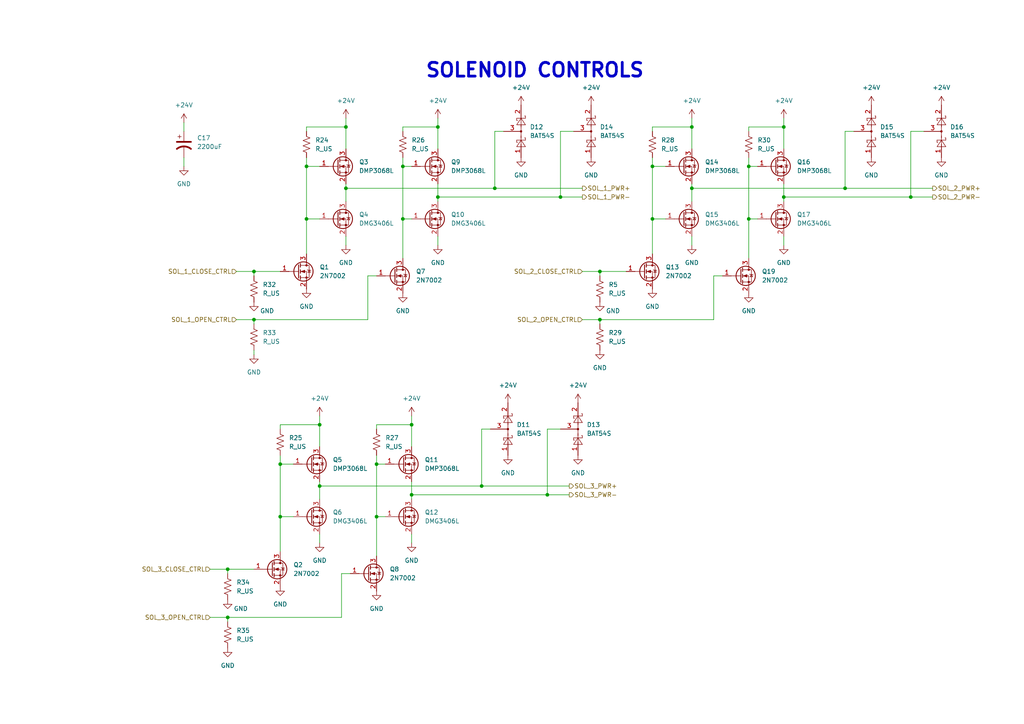
<source format=kicad_sch>
(kicad_sch (version 20211123) (generator eeschema)
  (paper "A4")
  (lib_symbols
    (symbol "Device:C_Polarized_US" (pin_numbers hide) (pin_names (offset 0.254) hide)
      (property "Reference" "C" (at 0.635 2.54 0))
      (property "Value" "C_Polarized_US" (at 0.635 -2.54 0))
      (symbol "C_Polarized_US_0_1"
        (polyline (pts (xy -2.032 0.762) (xy 2.032 0.762)) (stroke (width 0.508)))
        (polyline (pts (xy -1.778 2.286) (xy -0.762 2.286)))
        (polyline (pts (xy -1.27 1.778) (xy -1.27 2.794)))
        (arc (start 2.032 -1.27) (mid 0 -0.5572) (end -2.032 -1.27) (stroke (width 0.508)))
      )
      (symbol "C_Polarized_US_1_1"
        (pin passive line (at 0 3.81 270) (length 2.794) (name "~") (number "1"))
        (pin passive line (at 0 -3.81 90) (length 3.302) (name "~") (number "2"))
      )
    )
    (symbol "Device:R_US" (pin_numbers hide) (pin_names (offset 0))
      (property "Reference" "R" (at 2.54 0 90))
      (property "Value" "R_US" (at -2.54 0 90))
      (symbol "R_US_0_1"
        (polyline (pts (xy 0 -2.286) (xy 0 -2.54)))
        (polyline (pts (xy 0 2.286) (xy 0 2.54)))
        (polyline (pts (xy 0 -0.762) (xy 1.016 -1.143) (xy 0 -1.524) (xy -1.016 -1.905) (xy 0 -2.286)))
        (polyline (pts (xy 0 0.762) (xy 1.016 0.381) (xy 0 0) (xy -1.016 -0.381) (xy 0 -0.762)))
        (polyline (pts (xy 0 2.286) (xy 1.016 1.905) (xy 0 1.524) (xy -1.016 1.143) (xy 0 0.762)))
      )
      (symbol "R_US_1_1"
        (pin passive line (at 0 3.81 270) (length 1.27) (name "~") (number "1"))
        (pin passive line (at 0 -3.81 90) (length 1.27) (name "~") (number "2"))
      )
    )
    (symbol "Diode:BAT54S" (pin_names (offset 1.016))
      (property "Reference" "D" (at 0.635 -3.81 0))
      (property "Value" "BAT54S" (at -6.35 3.175 0))
      (symbol "BAT54S_0_1"
        (polyline (pts (xy -3.81 0) (xy -1.27 0)))
        (polyline (pts (xy -3.175 -1.27) (xy -3.175 -1.016)))
        (polyline (pts (xy -2.54 -1.27) (xy -3.175 -1.27)))
        (polyline (pts (xy -2.54 -1.27) (xy -2.54 1.27)))
        (polyline (pts (xy -2.54 1.27) (xy -1.905 1.27)))
        (polyline (pts (xy -1.905 0) (xy 1.905 0)))
        (polyline (pts (xy -1.905 1.27) (xy -1.905 1.016)))
        (polyline (pts (xy 1.27 0) (xy 3.81 0)))
        (polyline (pts (xy 3.175 -1.27) (xy 3.175 -1.016)))
        (polyline (pts (xy 3.81 -1.27) (xy 3.175 -1.27)))
        (polyline (pts (xy 3.81 -1.27) (xy 3.81 1.27)))
        (polyline (pts (xy 3.81 1.27) (xy 4.445 1.27)))
        (polyline (pts (xy 4.445 1.27) (xy 4.445 1.016)))
        (polyline (pts (xy -4.445 1.27) (xy -4.445 -1.27) (xy -2.54 0) (xy -4.445 1.27)))
        (polyline (pts (xy 1.905 1.27) (xy 1.905 -1.27) (xy 3.81 0) (xy 1.905 1.27)))
        (circle (center 0 0) (radius 0.254) (fill (type outline)))
      )
      (symbol "BAT54S_1_1"
        (pin passive line (at -7.62 0 0) (length 3.81) (name "~") (number "1"))
        (pin passive line (at 7.62 0 180) (length 3.81) (name "~") (number "2"))
        (pin passive line (at 0 -5.08 90) (length 5.08) (name "~") (number "3"))
      )
    )
    (symbol "Transistor_FET:2N7002" (pin_names hide)
      (property "Reference" "Q" (at 5.08 1.905 0))
      (property "Value" "2N7002" (at 5.08 0 0))
      (symbol "2N7002_0_1"
        (polyline (pts (xy 0.254 0) (xy -2.54 0)))
        (polyline (pts (xy 0.254 1.905) (xy 0.254 -1.905)) (stroke (width 0.254)))
        (polyline (pts (xy 0.762 -1.27) (xy 0.762 -2.286)) (stroke (width 0.254)))
        (polyline (pts (xy 0.762 0.508) (xy 0.762 -0.508)) (stroke (width 0.254)))
        (polyline (pts (xy 0.762 2.286) (xy 0.762 1.27)) (stroke (width 0.254)))
        (polyline (pts (xy 2.54 2.54) (xy 2.54 1.778)))
        (polyline (pts (xy 2.54 -2.54) (xy 2.54 0) (xy 0.762 0)))
        (polyline (pts (xy 0.762 -1.778) (xy 3.302 -1.778) (xy 3.302 1.778) (xy 0.762 1.778)))
        (polyline (pts (xy 1.016 0) (xy 2.032 0.381) (xy 2.032 -0.381) (xy 1.016 0)) (fill (type outline)))
        (polyline (pts (xy 2.794 0.508) (xy 2.921 0.381) (xy 3.683 0.381) (xy 3.81 0.254)))
        (polyline (pts (xy 3.302 0.381) (xy 2.921 -0.254) (xy 3.683 -0.254) (xy 3.302 0.381)))
        (circle (center 1.651 0) (radius 2.794) (stroke (width 0.254)))
        (circle (center 2.54 -1.778) (radius 0.254) (fill (type outline)))
        (circle (center 2.54 1.778) (radius 0.254) (fill (type outline)))
      )
      (symbol "2N7002_1_1"
        (pin input line (at -5.08 0 0) (length 2.54) (name "G") (number "1"))
        (pin passive line (at 2.54 -5.08 90) (length 2.54) (name "S") (number "2"))
        (pin passive line (at 2.54 5.08 270) (length 2.54) (name "D") (number "3"))
      )
    )
    (symbol "Transistor_FET:DMG3406L" (pin_names hide)
      (property "Reference" "Q" (at 5.08 1.905 0))
      (property "Value" "DMG3406L" (at 5.08 0 0))
      (symbol "DMG3406L_0_1"
        (polyline (pts (xy 0.254 0) (xy -2.54 0)))
        (polyline (pts (xy 0.254 1.905) (xy 0.254 -1.905)) (stroke (width 0.254)))
        (polyline (pts (xy 0.762 -1.27) (xy 0.762 -2.286)) (stroke (width 0.254)))
        (polyline (pts (xy 0.762 0.508) (xy 0.762 -0.508)) (stroke (width 0.254)))
        (polyline (pts (xy 0.762 2.286) (xy 0.762 1.27)) (stroke (width 0.254)))
        (polyline (pts (xy 2.54 2.54) (xy 2.54 1.778)))
        (polyline (pts (xy 2.54 -2.54) (xy 2.54 0) (xy 0.762 0)))
        (polyline (pts (xy 0.762 -1.778) (xy 3.302 -1.778) (xy 3.302 1.778) (xy 0.762 1.778)))
        (polyline (pts (xy 1.016 0) (xy 2.032 0.381) (xy 2.032 -0.381) (xy 1.016 0)) (fill (type outline)))
        (polyline (pts (xy 2.794 0.508) (xy 2.921 0.381) (xy 3.683 0.381) (xy 3.81 0.254)))
        (polyline (pts (xy 3.302 0.381) (xy 2.921 -0.254) (xy 3.683 -0.254) (xy 3.302 0.381)))
        (circle (center 1.651 0) (radius 2.794) (stroke (width 0.254)))
        (circle (center 2.54 -1.778) (radius 0.254) (fill (type outline)))
        (circle (center 2.54 1.778) (radius 0.254) (fill (type outline)))
      )
      (symbol "DMG3406L_1_1"
        (pin input line (at -5.08 0 0) (length 2.54) (name "G") (number "1"))
        (pin passive line (at 2.54 -5.08 90) (length 2.54) (name "S") (number "2"))
        (pin passive line (at 2.54 5.08 270) (length 2.54) (name "D") (number "3"))
      )
    )
    (symbol "power:+24V" (power) (pin_names (offset 0))
      (property "Value" "+24V" (at 0 3.556 0))
      (symbol "+24V_0_1"
        (polyline (pts (xy -0.762 1.27) (xy 0 2.54)))
        (polyline (pts (xy 0 0) (xy 0 2.54)))
        (polyline (pts (xy 0 2.54) (xy 0.762 1.27)))
      )
      (symbol "+24V_1_1"
        (pin power_in line (at 0 0 90) (length 0) hide (name "+24V") (number "1"))
      )
    )
    (symbol "power:GND" (power) (pin_names (offset 0))
      (property "Value" "GND" (at 0 -3.81 0))
      (symbol "GND_0_1"
        (polyline (pts (xy 0 0) (xy 0 -1.27) (xy 1.27 -1.27) (xy 0 -2.54) (xy -1.27 -1.27) (xy 0 -1.27)))
      )
      (symbol "GND_1_1"
        (pin power_in line (at 0 0 270) (length 0) hide (name "GND") (number "1"))
      )
    )
  )
  (junction (at 173.99 92.71))
  (junction (at 127 36.83))
  (junction (at 66.04 165.1))
  (junction (at 139.7 140.97))
  (junction (at 81.28 149.86))
  (junction (at 227.33 57.15))
  (junction (at 217.17 63.5))
  (junction (at 245.11 54.61))
  (junction (at 162.56 57.15))
  (junction (at 143.51 54.61))
  (junction (at 119.38 123.19))
  (junction (at 66.04 179.07))
  (junction (at 189.23 63.5))
  (junction (at 127 57.15))
  (junction (at 88.9 48.26))
  (junction (at 217.17 48.26))
  (junction (at 200.66 36.83))
  (junction (at 88.9 63.5))
  (junction (at 100.33 54.61))
  (junction (at 109.22 134.62))
  (junction (at 92.71 140.97))
  (junction (at 173.99 78.74))
  (junction (at 116.84 48.26))
  (junction (at 109.22 149.86))
  (junction (at 264.16 57.15))
  (junction (at 200.66 54.61))
  (junction (at 92.71 123.19))
  (junction (at 100.33 36.83))
  (junction (at 116.84 63.5))
  (junction (at 81.28 134.62))
  (junction (at 227.33 36.83))
  (junction (at 158.75 143.51))
  (junction (at 73.66 92.71))
  (junction (at 189.23 48.26))
  (junction (at 119.38 143.51))
  (junction (at 73.66 78.74))
  (wire (pts (xy 88.9 48.26) (xy 88.9 63.5)))
  (wire (pts (xy 109.22 149.86) (xy 111.76 149.86)))
  (wire (pts (xy 207.01 92.71) (xy 207.01 80.01)))
  (wire (pts (xy 109.22 134.62) (xy 109.22 149.86)))
  (wire (pts (xy 99.06 179.07) (xy 99.06 166.37)))
  (wire (pts (xy 73.66 78.74) (xy 73.66 80.01)))
  (wire (pts (xy 60.96 179.07) (xy 66.04 179.07)))
  (wire (pts (xy 53.34 35.56) (xy 53.34 38.1)))
  (wire (pts (xy 53.34 48.26) (xy 53.34 45.72)))
  (wire (pts (xy 109.22 123.19) (xy 109.22 124.46)))
  (wire (pts (xy 227.33 53.34) (xy 227.33 57.15)))
  (wire (pts (xy 127 57.15) (xy 127 58.42)))
  (wire (pts (xy 106.68 92.71) (xy 106.68 80.01)))
  (wire (pts (xy 100.33 54.61) (xy 100.33 58.42)))
  (wire (pts (xy 200.66 71.12) (xy 200.66 68.58)))
  (wire (pts (xy 245.11 38.1) (xy 245.11 54.61)))
  (wire (pts (xy 81.28 149.86) (xy 81.28 160.02)))
  (wire (pts (xy 217.17 63.5) (xy 219.71 63.5)))
  (wire (pts (xy 158.75 124.46) (xy 158.75 143.51)))
  (wire (pts (xy 66.04 179.07) (xy 66.04 180.34)))
  (wire (pts (xy 81.28 149.86) (xy 85.09 149.86)))
  (wire (pts (xy 88.9 63.5) (xy 92.71 63.5)))
  (wire (pts (xy 119.38 123.19) (xy 109.22 123.19)))
  (wire (pts (xy 68.58 92.71) (xy 73.66 92.71)))
  (wire (pts (xy 116.84 45.72) (xy 116.84 48.26)))
  (wire (pts (xy 92.71 123.19) (xy 92.71 129.54)))
  (wire (pts (xy 92.71 140.97) (xy 139.7 140.97)))
  (wire (pts (xy 116.84 36.83) (xy 116.84 38.1)))
  (wire (pts (xy 217.17 63.5) (xy 217.17 74.93)))
  (wire (pts (xy 127 53.34) (xy 127 57.15)))
  (wire (pts (xy 119.38 120.65) (xy 119.38 123.19)))
  (wire (pts (xy 92.71 120.65) (xy 92.71 123.19)))
  (wire (pts (xy 189.23 36.83) (xy 189.23 38.1)))
  (wire (pts (xy 127 57.15) (xy 162.56 57.15)))
  (wire (pts (xy 200.66 53.34) (xy 200.66 54.61)))
  (wire (pts (xy 189.23 63.5) (xy 193.04 63.5)))
  (wire (pts (xy 227.33 57.15) (xy 227.33 58.42)))
  (wire (pts (xy 109.22 149.86) (xy 109.22 161.29)))
  (wire (pts (xy 127 36.83) (xy 116.84 36.83)))
  (wire (pts (xy 81.28 132.08) (xy 81.28 134.62)))
  (wire (pts (xy 158.75 143.51) (xy 165.1 143.51)))
  (wire (pts (xy 116.84 63.5) (xy 119.38 63.5)))
  (wire (pts (xy 99.06 166.37) (xy 101.6 166.37)))
  (wire (pts (xy 142.24 124.46) (xy 139.7 124.46)))
  (wire (pts (xy 88.9 36.83) (xy 88.9 38.1)))
  (wire (pts (xy 162.56 57.15) (xy 168.91 57.15)))
  (wire (pts (xy 143.51 54.61) (xy 168.91 54.61)))
  (wire (pts (xy 92.71 139.7) (xy 92.71 140.97)))
  (wire (pts (xy 227.33 71.12) (xy 227.33 68.58)))
  (wire (pts (xy 264.16 38.1) (xy 264.16 57.15)))
  (wire (pts (xy 73.66 78.74) (xy 81.28 78.74)))
  (wire (pts (xy 66.04 165.1) (xy 73.66 165.1)))
  (wire (pts (xy 100.33 34.29) (xy 100.33 36.83)))
  (wire (pts (xy 106.68 80.01) (xy 109.22 80.01)))
  (wire (pts (xy 119.38 139.7) (xy 119.38 143.51)))
  (wire (pts (xy 200.66 34.29) (xy 200.66 36.83)))
  (wire (pts (xy 100.33 36.83) (xy 88.9 36.83)))
  (wire (pts (xy 217.17 36.83) (xy 217.17 38.1)))
  (wire (pts (xy 92.71 157.48) (xy 92.71 154.94)))
  (wire (pts (xy 219.71 48.26) (xy 217.17 48.26)))
  (wire (pts (xy 66.04 165.1) (xy 66.04 166.37)))
  (wire (pts (xy 119.38 48.26) (xy 116.84 48.26)))
  (wire (pts (xy 127 71.12) (xy 127 68.58)))
  (wire (pts (xy 60.96 165.1) (xy 66.04 165.1)))
  (wire (pts (xy 100.33 53.34) (xy 100.33 54.61)))
  (wire (pts (xy 227.33 57.15) (xy 264.16 57.15)))
  (wire (pts (xy 189.23 63.5) (xy 189.23 73.66)))
  (wire (pts (xy 73.66 92.71) (xy 106.68 92.71)))
  (wire (pts (xy 81.28 123.19) (xy 81.28 124.46)))
  (wire (pts (xy 111.76 134.62) (xy 109.22 134.62)))
  (wire (pts (xy 73.66 102.87) (xy 73.66 101.6)))
  (wire (pts (xy 166.37 38.1) (xy 162.56 38.1)))
  (wire (pts (xy 162.56 38.1) (xy 162.56 57.15)))
  (wire (pts (xy 146.05 38.1) (xy 143.51 38.1)))
  (wire (pts (xy 200.66 54.61) (xy 245.11 54.61)))
  (wire (pts (xy 100.33 36.83) (xy 100.33 43.18)))
  (wire (pts (xy 227.33 34.29) (xy 227.33 36.83)))
  (wire (pts (xy 119.38 157.48) (xy 119.38 154.94)))
  (wire (pts (xy 173.99 78.74) (xy 173.99 80.01)))
  (wire (pts (xy 168.91 78.74) (xy 173.99 78.74)))
  (wire (pts (xy 100.33 54.61) (xy 143.51 54.61)))
  (wire (pts (xy 227.33 36.83) (xy 227.33 43.18)))
  (wire (pts (xy 162.56 124.46) (xy 158.75 124.46)))
  (wire (pts (xy 139.7 140.97) (xy 165.1 140.97)))
  (wire (pts (xy 88.9 45.72) (xy 88.9 48.26)))
  (wire (pts (xy 109.22 132.08) (xy 109.22 134.62)))
  (wire (pts (xy 116.84 48.26) (xy 116.84 63.5)))
  (wire (pts (xy 173.99 78.74) (xy 181.61 78.74)))
  (wire (pts (xy 189.23 45.72) (xy 189.23 48.26)))
  (wire (pts (xy 81.28 134.62) (xy 81.28 149.86)))
  (wire (pts (xy 264.16 57.15) (xy 270.51 57.15)))
  (wire (pts (xy 81.28 134.62) (xy 85.09 134.62)))
  (wire (pts (xy 189.23 48.26) (xy 193.04 48.26)))
  (wire (pts (xy 119.38 143.51) (xy 119.38 144.78)))
  (wire (pts (xy 92.71 123.19) (xy 81.28 123.19)))
  (wire (pts (xy 66.04 179.07) (xy 99.06 179.07)))
  (wire (pts (xy 127 34.29) (xy 127 36.83)))
  (wire (pts (xy 127 36.83) (xy 127 43.18)))
  (wire (pts (xy 200.66 36.83) (xy 189.23 36.83)))
  (wire (pts (xy 168.91 92.71) (xy 173.99 92.71)))
  (wire (pts (xy 88.9 48.26) (xy 92.71 48.26)))
  (wire (pts (xy 247.65 38.1) (xy 245.11 38.1)))
  (wire (pts (xy 189.23 48.26) (xy 189.23 63.5)))
  (wire (pts (xy 88.9 63.5) (xy 88.9 73.66)))
  (wire (pts (xy 173.99 92.71) (xy 207.01 92.71)))
  (wire (pts (xy 173.99 92.71) (xy 173.99 93.98)))
  (wire (pts (xy 227.33 36.83) (xy 217.17 36.83)))
  (wire (pts (xy 119.38 123.19) (xy 119.38 129.54)))
  (wire (pts (xy 217.17 45.72) (xy 217.17 48.26)))
  (wire (pts (xy 217.17 48.26) (xy 217.17 63.5)))
  (wire (pts (xy 100.33 71.12) (xy 100.33 68.58)))
  (wire (pts (xy 68.58 78.74) (xy 73.66 78.74)))
  (wire (pts (xy 116.84 63.5) (xy 116.84 74.93)))
  (wire (pts (xy 200.66 36.83) (xy 200.66 43.18)))
  (wire (pts (xy 143.51 38.1) (xy 143.51 54.61)))
  (wire (pts (xy 92.71 140.97) (xy 92.71 144.78)))
  (wire (pts (xy 73.66 92.71) (xy 73.66 93.98)))
  (wire (pts (xy 207.01 80.01) (xy 209.55 80.01)))
  (wire (pts (xy 139.7 124.46) (xy 139.7 140.97)))
  (wire (pts (xy 200.66 54.61) (xy 200.66 58.42)))
  (wire (pts (xy 245.11 54.61) (xy 270.51 54.61)))
  (wire (pts (xy 119.38 143.51) (xy 158.75 143.51)))
  (wire (pts (xy 267.97 38.1) (xy 264.16 38.1)))
  (text "SOLENOID CONTROLS" (at 123.19 22.86 0) (effects (font (size 4 4) (thickness 0.8) bold) (justify left bottom)))
  (hierarchical_label "SOL_3_PWR-" (shape output) (at 165.1 143.51 0))
  (hierarchical_label "SOL_1_PWR-" (shape output) (at 168.91 57.15 0))
  (hierarchical_label "SOL_3_CLOSE_CTRL" (shape input) (at 60.96 165.1 180))
  (hierarchical_label "SOL_2_CLOSE_CTRL" (shape input) (at 168.91 78.74 180))
  (hierarchical_label "SOL_3_PWR+" (shape output) (at 165.1 140.97 0))
  (hierarchical_label "SOL_3_OPEN_CTRL" (shape input) (at 60.96 179.07 180))
  (hierarchical_label "SOL_1_CLOSE_CTRL" (shape input) (at 68.58 78.74 180))
  (hierarchical_label "SOL_2_PWR+" (shape output) (at 270.51 54.61 0))
  (hierarchical_label "SOL_2_PWR-" (shape output) (at 270.51 57.15 0))
  (hierarchical_label "SOL_1_PWR+" (shape output) (at 168.91 54.61 0))
  (hierarchical_label "SOL_1_OPEN_CTRL" (shape input) (at 68.58 92.71 180))
  (hierarchical_label "SOL_2_OPEN_CTRL" (shape input) (at 168.91 92.71 180))
  (symbol (lib_id "power:GND") (at 116.84 85.09 0) (unit 1)
    (property "Reference" "#PWR035" (effects hide))
    (property "Value" "GND" (at 116.84 90.17 0))
  )
  (symbol (lib_id "power:+24V") (at 171.45 30.48 0) (unit 1)
    (property "Reference" "#PWR065" (effects hide))
    (property "Value" "+24V" (at 171.45 25.4 0))
  )
  (symbol (lib_id "power:GND") (at 200.66 71.12 0) (unit 1)
    (property "Reference" "#PWR044" (effects hide))
    (property "Value" "GND" (at 200.66 76.2 0))
  )
  (symbol (lib_id "power:GND") (at 189.23 83.82 0) (unit 1)
    (property "Reference" "#PWR041" (effects hide))
    (property "Value" "GND" (at 189.23 88.9 0))
  )
  (symbol (lib_id "power:GND") (at 73.66 87.63 0) (unit 1)
    (property "Reference" "#PWR053" (effects hide))
    (property "Value" "GND" (at 77.47 90.17 0))
  )
  (symbol (lib_id "Transistor_FET:2N7002") (at 106.68 166.37 0) (unit 1)
    (property "Reference" "Q8" (at 113.03 165.0999 0) (effects (justify left)))
    (property "Value" "2N7002" (at 113.03 167.6399 0) (effects (justify left)))
    (property "Footprint" "Package_TO_SOT_SMD:SOT-23" (effects hide))
    (property "Datasheet" "https://www.onsemi.com/pub/Collateral/NDS7002A-D.PDF" (effects hide))
  )
  (symbol (lib_id "Device:C_Polarized_US") (at 53.34 41.91 0) (unit 1)
    (property "Reference" "C17" (at 57.15 40.0049 0) (effects (justify left)))
    (property "Value" "2200uF" (at 57.15 42.5449 0) (effects (justify left)))
    (property "Footprint" "Capacitor_THT:CP_Radial_D16.0mm_P7.50mm" (effects hide))
    (property "Datasheet" "https://www.digikey.com/en/products/detail/kemet/ESK228M035AM7AA/2712541" (effects hide))
  )
  (symbol (lib_id "Device:R_US") (at 173.99 83.82 0) (unit 1)
    (property "Reference" "R5" (at 176.53 82.5499 0) (effects (justify left)))
    (property "Value" "R_US" (at 176.53 85.0899 0) (effects (justify left)))
    (property "Footprint" "Resistor_SMD:R_0805_2012Metric" (effects hide))
  )
  (symbol (lib_id "Transistor_FET:DMG3406L") (at 116.84 149.86 0) (unit 1)
    (property "Reference" "Q12" (at 123.19 148.5899 0) (effects (justify left)))
    (property "Value" "DMG3406L" (at 123.19 151.1299 0) (effects (justify left)))
    (property "Footprint" "Package_TO_SOT_SMD:SOT-23" (effects hide))
    (property "Datasheet" "http://www.diodes.com/assets/Datasheets/DMG3406L.pdf" (effects hide))
  )
  (symbol (lib_id "power:GND") (at 127 71.12 0) (unit 1)
    (property "Reference" "#PWR038" (effects hide))
    (property "Value" "GND" (at 127 76.2 0))
  )
  (symbol (lib_id "power:GND") (at 66.04 187.96 0) (unit 1)
    (property "Reference" "#PWR056" (effects hide))
    (property "Value" "GND" (at 66.04 193.04 0))
  )
  (symbol (lib_id "Device:R_US") (at 73.66 83.82 0) (unit 1)
    (property "Reference" "R32" (at 76.2 82.5499 0) (effects (justify left)))
    (property "Value" "R_US" (at 76.2 85.0899 0) (effects (justify left)))
    (property "Footprint" "Resistor_SMD:R_0805_2012Metric" (effects hide))
  )
  (symbol (lib_id "power:+24V") (at 92.71 120.65 0) (unit 1)
    (property "Reference" "#PWR033" (effects hide))
    (property "Value" "+24V" (at 92.71 115.57 0))
  )
  (symbol (lib_id "power:GND") (at 119.38 157.48 0) (unit 1)
    (property "Reference" "#PWR040" (effects hide))
    (property "Value" "GND" (at 119.38 162.56 0))
  )
  (symbol (lib_id "Device:R_US") (at 66.04 170.18 0) (unit 1)
    (property "Reference" "R34" (at 68.58 168.9099 0) (effects (justify left)))
    (property "Value" "R_US" (at 68.58 171.4499 0) (effects (justify left)))
    (property "Footprint" "Resistor_SMD:R_0805_2012Metric" (effects hide))
  )
  (symbol (lib_id "Transistor_FET:2N7002") (at 224.79 48.26 0) (unit 1)
    (property "Reference" "Q16" (at 231.14 46.9899 0) (effects (justify left)))
    (property "Value" "DMP3068L" (at 231.14 49.5299 0) (effects (justify left)))
    (property "Footprint" "Package_TO_SOT_SMD:SOT-23" (effects hide))
    (property "Datasheet" "https://www.diodes.com/assets/Datasheets/DMP3068L.pdf" (effects hide))
  )
  (symbol (lib_id "Transistor_FET:DMG3406L") (at 124.46 63.5 0) (unit 1)
    (property "Reference" "Q10" (at 130.81 62.2299 0) (effects (justify left)))
    (property "Value" "DMG3406L" (at 130.81 64.7699 0) (effects (justify left)))
    (property "Footprint" "Package_TO_SOT_SMD:SOT-23" (effects hide))
    (property "Datasheet" "http://www.diodes.com/assets/Datasheets/DMG3406L.pdf" (effects hide))
  )
  (symbol (lib_id "Device:R_US") (at 88.9 41.91 0) (unit 1)
    (property "Reference" "R24" (at 91.44 40.6399 0) (effects (justify left)))
    (property "Value" "R_US" (at 91.44 43.1799 0) (effects (justify left)))
    (property "Footprint" "Resistor_SMD:R_0805_2012Metric" (effects hide))
  )
  (symbol (lib_id "power:+24V") (at 53.34 35.56 0) (unit 1)
    (property "Reference" "#PWR057" (effects hide))
    (property "Value" "+24V" (at 53.34 30.48 0))
  )
  (symbol (lib_id "power:GND") (at 100.33 71.12 0) (unit 1)
    (property "Reference" "#PWR032" (effects hide))
    (property "Value" "GND" (at 100.33 76.2 0))
  )
  (symbol (lib_id "Device:R_US") (at 81.28 128.27 0) (unit 1)
    (property "Reference" "R25" (at 83.82 126.9999 0) (effects (justify left)))
    (property "Value" "R_US" (at 83.82 129.5399 0) (effects (justify left)))
    (property "Footprint" "Resistor_SMD:R_0805_2012Metric" (effects hide))
  )
  (symbol (lib_id "Transistor_FET:DMG3406L") (at 90.17 149.86 0) (unit 1)
    (property "Reference" "Q6" (at 96.52 148.5899 0) (effects (justify left)))
    (property "Value" "DMG3406L" (at 96.52 151.1299 0) (effects (justify left)))
    (property "Footprint" "Package_TO_SOT_SMD:SOT-23" (effects hide))
    (property "Datasheet" "http://www.diodes.com/assets/Datasheets/DMG3406L.pdf" (effects hide))
  )
  (symbol (lib_id "Transistor_FET:DMG3406L") (at 198.12 63.5 0) (unit 1)
    (property "Reference" "Q15" (at 204.47 62.2299 0) (effects (justify left)))
    (property "Value" "DMG3406L" (at 204.47 64.7699 0) (effects (justify left)))
    (property "Footprint" "Package_TO_SOT_SMD:SOT-23" (effects hide))
    (property "Datasheet" "http://www.diodes.com/assets/Datasheets/DMG3406L.pdf" (effects hide))
  )
  (symbol (lib_id "power:GND") (at 173.99 101.6 0) (unit 1)
    (property "Reference" "#PWR045" (effects hide))
    (property "Value" "GND" (at 173.99 106.68 0))
  )
  (symbol (lib_id "Transistor_FET:DMG3406L") (at 97.79 63.5 0) (unit 1)
    (property "Reference" "Q4" (at 104.14 62.2299 0) (effects (justify left)))
    (property "Value" "DMG3406L" (at 104.14 64.7699 0) (effects (justify left)))
    (property "Footprint" "Package_TO_SOT_SMD:SOT-23" (effects hide))
    (property "Datasheet" "http://www.diodes.com/assets/Datasheets/DMG3406L.pdf" (effects hide))
  )
  (symbol (lib_id "Diode:BAT54S") (at 252.73 38.1 270) (mirror x) (unit 1)
    (property "Reference" "D15" (at 255.27 36.8299 90) (effects (justify left)))
    (property "Value" "BAT54S" (at 255.27 39.3699 90) (effects (justify left)))
    (property "Footprint" "Package_TO_SOT_SMD:SOT-23" (effects hide))
    (property "Datasheet" "https://www.diodes.com/assets/Datasheets/ds11005.pdf" (effects hide))
  )
  (symbol (lib_id "Diode:BAT54S") (at 273.05 38.1 270) (mirror x) (unit 1)
    (property "Reference" "D16" (at 275.59 36.8299 90) (effects (justify left)))
    (property "Value" "BAT54S" (at 275.59 39.3699 90) (effects (justify left)))
    (property "Footprint" "Package_TO_SOT_SMD:SOT-23" (effects hide))
    (property "Datasheet" "https://www.diodes.com/assets/Datasheets/ds11005.pdf" (effects hide))
  )
  (symbol (lib_id "Transistor_FET:2N7002") (at 198.12 48.26 0) (unit 1)
    (property "Reference" "Q14" (at 204.47 46.9899 0) (effects (justify left)))
    (property "Value" "DMP3068L" (at 204.47 49.5299 0) (effects (justify left)))
    (property "Footprint" "Package_TO_SOT_SMD:SOT-23" (effects hide))
    (property "Datasheet" "https://www.diodes.com/assets/Datasheets/DMP3068L.pdf" (effects hide))
  )
  (symbol (lib_id "power:GND") (at 92.71 157.48 0) (unit 1)
    (property "Reference" "#PWR034" (effects hide))
    (property "Value" "GND" (at 92.71 162.56 0))
  )
  (symbol (lib_id "Transistor_FET:DMG3406L") (at 224.79 63.5 0) (unit 1)
    (property "Reference" "Q17" (at 231.14 62.2299 0) (effects (justify left)))
    (property "Value" "DMG3406L" (at 231.14 64.7699 0) (effects (justify left)))
    (property "Footprint" "Package_TO_SOT_SMD:SOT-23" (effects hide))
    (property "Datasheet" "http://www.diodes.com/assets/Datasheets/DMG3406L.pdf" (effects hide))
  )
  (symbol (lib_id "Device:R_US") (at 116.84 41.91 0) (unit 1)
    (property "Reference" "R26" (at 119.38 40.6399 0) (effects (justify left)))
    (property "Value" "R_US" (at 119.38 43.1799 0) (effects (justify left)))
    (property "Footprint" "Resistor_SMD:R_0805_2012Metric" (effects hide))
  )
  (symbol (lib_id "power:GND") (at 171.45 45.72 0) (unit 1)
    (property "Reference" "#PWR066" (effects hide))
    (property "Value" "GND" (at 171.45 50.8 0))
  )
  (symbol (lib_id "power:+24V") (at 273.05 30.48 0) (unit 1)
    (property "Reference" "#PWR069" (effects hide))
    (property "Value" "+24V" (at 273.05 25.4 0))
  )
  (symbol (lib_id "power:GND") (at 81.28 170.18 0) (unit 1)
    (property "Reference" "#PWR030" (effects hide))
    (property "Value" "GND" (at 81.28 175.26 0))
  )
  (symbol (lib_id "Transistor_FET:2N7002") (at 186.69 78.74 0) (unit 1)
    (property "Reference" "Q13" (at 193.04 77.4699 0) (effects (justify left)))
    (property "Value" "2N7002" (at 193.04 80.0099 0) (effects (justify left)))
    (property "Footprint" "Package_TO_SOT_SMD:SOT-23" (effects hide))
    (property "Datasheet" "https://www.onsemi.com/pub/Collateral/NDS7002A-D.PDF" (effects hide))
  )
  (symbol (lib_id "power:GND") (at 217.17 85.09 0) (unit 1)
    (property "Reference" "#PWR047" (effects hide))
    (property "Value" "GND" (at 217.17 90.17 0))
  )
  (symbol (lib_id "power:GND") (at 273.05 45.72 0) (unit 1)
    (property "Reference" "#PWR070" (effects hide))
    (property "Value" "GND" (at 273.05 50.8 0))
  )
  (symbol (lib_id "Transistor_FET:2N7002") (at 214.63 80.01 0) (unit 1)
    (property "Reference" "Q19" (at 220.98 78.7399 0) (effects (justify left)))
    (property "Value" "2N7002" (at 220.98 81.2799 0) (effects (justify left)))
    (property "Footprint" "Package_TO_SOT_SMD:SOT-23" (effects hide))
    (property "Datasheet" "https://www.onsemi.com/pub/Collateral/NDS7002A-D.PDF" (effects hide))
  )
  (symbol (lib_id "power:GND") (at 227.33 71.12 0) (unit 1)
    (property "Reference" "#PWR050" (effects hide))
    (property "Value" "GND" (at 227.33 76.2 0))
  )
  (symbol (lib_id "Transistor_FET:2N7002") (at 114.3 80.01 0) (unit 1)
    (property "Reference" "Q7" (at 120.65 78.7399 0) (effects (justify left)))
    (property "Value" "2N7002" (at 120.65 81.2799 0) (effects (justify left)))
    (property "Footprint" "Package_TO_SOT_SMD:SOT-23" (effects hide))
    (property "Datasheet" "https://www.onsemi.com/pub/Collateral/NDS7002A-D.PDF" (effects hide))
  )
  (symbol (lib_id "Transistor_FET:2N7002") (at 97.79 48.26 0) (unit 1)
    (property "Reference" "Q3" (at 104.14 46.9899 0) (effects (justify left)))
    (property "Value" "DMP3068L" (at 104.14 49.5299 0) (effects (justify left)))
    (property "Footprint" "Package_TO_SOT_SMD:SOT-23" (effects hide))
    (property "Datasheet" "https://www.diodes.com/assets/Datasheets/DMP3068L.pdf" (effects hide))
  )
  (symbol (lib_id "power:GND") (at 109.22 171.45 0) (unit 1)
    (property "Reference" "#PWR036" (effects hide))
    (property "Value" "GND" (at 109.22 176.53 0))
  )
  (symbol (lib_id "power:GND") (at 66.04 173.99 0) (unit 1)
    (property "Reference" "#PWR055" (effects hide))
    (property "Value" "GND" (at 69.85 176.53 0))
  )
  (symbol (lib_id "Device:R_US") (at 189.23 41.91 0) (unit 1)
    (property "Reference" "R28" (at 191.77 40.6399 0) (effects (justify left)))
    (property "Value" "R_US" (at 191.77 43.1799 0) (effects (justify left)))
    (property "Footprint" "Resistor_SMD:R_0805_2012Metric" (effects hide))
  )
  (symbol (lib_id "Transistor_FET:2N7002") (at 124.46 48.26 0) (unit 1)
    (property "Reference" "Q9" (at 130.81 46.9899 0) (effects (justify left)))
    (property "Value" "DMP3068L" (at 130.81 49.5299 0) (effects (justify left)))
    (property "Footprint" "Package_TO_SOT_SMD:SOT-23" (effects hide))
    (property "Datasheet" "https://www.diodes.com/assets/Datasheets/DMP3068L.pdf" (effects hide))
  )
  (symbol (lib_id "power:+24V") (at 252.73 30.48 0) (unit 1)
    (property "Reference" "#PWR067" (effects hide))
    (property "Value" "+24V" (at 252.73 25.4 0))
  )
  (symbol (lib_id "Diode:BAT54S") (at 147.32 124.46 270) (mirror x) (unit 1)
    (property "Reference" "D11" (at 149.86 123.1899 90) (effects (justify left)))
    (property "Value" "BAT54S" (at 149.86 125.7299 90) (effects (justify left)))
    (property "Footprint" "Package_TO_SOT_SMD:SOT-23" (effects hide))
    (property "Datasheet" "https://www.diodes.com/assets/Datasheets/ds11005.pdf" (effects hide))
  )
  (symbol (lib_id "power:GND") (at 151.13 45.72 0) (unit 1)
    (property "Reference" "#PWR062" (effects hide))
    (property "Value" "GND" (at 151.13 50.8 0))
  )
  (symbol (lib_id "power:GND") (at 252.73 45.72 0) (unit 1)
    (property "Reference" "#PWR068" (effects hide))
    (property "Value" "GND" (at 252.73 50.8 0))
  )
  (symbol (lib_id "power:+24V") (at 119.38 120.65 0) (unit 1)
    (property "Reference" "#PWR039" (effects hide))
    (property "Value" "+24V" (at 119.38 115.57 0))
  )
  (symbol (lib_id "power:+24V") (at 151.13 30.48 0) (unit 1)
    (property "Reference" "#PWR061" (effects hide))
    (property "Value" "+24V" (at 151.13 25.4 0))
  )
  (symbol (lib_id "Transistor_FET:2N7002") (at 90.17 134.62 0) (unit 1)
    (property "Reference" "Q5" (at 96.52 133.3499 0) (effects (justify left)))
    (property "Value" "DMP3068L" (at 96.52 135.8899 0) (effects (justify left)))
    (property "Footprint" "Package_TO_SOT_SMD:SOT-23" (effects hide))
    (property "Datasheet" "https://www.diodes.com/assets/Datasheets/DMP3068L.pdf" (effects hide))
  )
  (symbol (lib_id "Transistor_FET:2N7002") (at 116.84 134.62 0) (unit 1)
    (property "Reference" "Q11" (at 123.19 133.3499 0) (effects (justify left)))
    (property "Value" "DMP3068L" (at 123.19 135.8899 0) (effects (justify left)))
    (property "Footprint" "Package_TO_SOT_SMD:SOT-23" (effects hide))
    (property "Datasheet" "https://www.diodes.com/assets/Datasheets/DMP3068L.pdf" (effects hide))
  )
  (symbol (lib_id "Device:R_US") (at 217.17 41.91 0) (unit 1)
    (property "Reference" "R30" (at 219.71 40.6399 0) (effects (justify left)))
    (property "Value" "R_US" (at 219.71 43.1799 0) (effects (justify left)))
    (property "Footprint" "Resistor_SMD:R_0805_2012Metric" (effects hide))
  )
  (symbol (lib_id "Device:R_US") (at 109.22 128.27 0) (unit 1)
    (property "Reference" "R27" (at 111.76 126.9999 0) (effects (justify left)))
    (property "Value" "R_US" (at 111.76 129.5399 0) (effects (justify left)))
    (property "Footprint" "Resistor_SMD:R_0805_2012Metric" (effects hide))
  )
  (symbol (lib_id "power:+24V") (at 200.66 34.29 0) (unit 1)
    (property "Reference" "#PWR043" (effects hide))
    (property "Value" "+24V" (at 200.66 29.21 0))
  )
  (symbol (lib_id "power:+24V") (at 167.64 116.84 0) (unit 1)
    (property "Reference" "#PWR063" (effects hide))
    (property "Value" "+24V" (at 167.64 111.76 0))
  )
  (symbol (lib_id "power:GND") (at 173.99 87.63 0) (unit 1)
    (property "Reference" "#PWR042" (effects hide))
    (property "Value" "GND" (at 177.8 90.17 0))
  )
  (symbol (lib_id "Diode:BAT54S") (at 167.64 124.46 270) (mirror x) (unit 1)
    (property "Reference" "D13" (at 170.18 123.1899 90) (effects (justify left)))
    (property "Value" "BAT54S" (at 170.18 125.7299 90) (effects (justify left)))
    (property "Footprint" "Package_TO_SOT_SMD:SOT-23" (effects hide))
    (property "Datasheet" "https://www.diodes.com/assets/Datasheets/ds11005.pdf" (effects hide))
  )
  (symbol (lib_id "power:+24V") (at 147.32 116.84 0) (unit 1)
    (property "Reference" "#PWR059" (effects hide))
    (property "Value" "+24V" (at 147.32 111.76 0))
  )
  (symbol (lib_id "power:GND") (at 53.34 48.26 0) (unit 1)
    (property "Reference" "#PWR058" (effects hide))
    (property "Value" "GND" (at 53.34 53.34 0))
  )
  (symbol (lib_id "power:GND") (at 167.64 132.08 0) (unit 1)
    (property "Reference" "#PWR064" (effects hide))
    (property "Value" "GND" (at 167.64 137.16 0))
  )
  (symbol (lib_id "Transistor_FET:2N7002") (at 86.36 78.74 0) (unit 1)
    (property "Reference" "Q1" (at 92.71 77.4699 0) (effects (justify left)))
    (property "Value" "2N7002" (at 92.71 80.0099 0) (effects (justify left)))
    (property "Footprint" "Package_TO_SOT_SMD:SOT-23" (effects hide))
    (property "Datasheet" "https://www.onsemi.com/pub/Collateral/NDS7002A-D.PDF" (effects hide))
  )
  (symbol (lib_id "power:GND") (at 147.32 132.08 0) (unit 1)
    (property "Reference" "#PWR060" (effects hide))
    (property "Value" "GND" (at 147.32 137.16 0))
  )
  (symbol (lib_id "Device:R_US") (at 173.99 97.79 0) (unit 1)
    (property "Reference" "R29" (at 176.53 96.5199 0) (effects (justify left)))
    (property "Value" "R_US" (at 176.53 99.0599 0) (effects (justify left)))
    (property "Footprint" "Resistor_SMD:R_0805_2012Metric" (effects hide))
  )
  (symbol (lib_id "power:+24V") (at 100.33 34.29 0) (unit 1)
    (property "Reference" "#PWR031" (effects hide))
    (property "Value" "+24V" (at 100.33 29.21 0))
  )
  (symbol (lib_id "power:+24V") (at 227.33 34.29 0) (unit 1)
    (property "Reference" "#PWR049" (effects hide))
    (property "Value" "+24V" (at 227.33 29.21 0))
  )
  (symbol (lib_id "Transistor_FET:2N7002") (at 78.74 165.1 0) (unit 1)
    (property "Reference" "Q2" (at 85.09 163.8299 0) (effects (justify left)))
    (property "Value" "2N7002" (at 85.09 166.3699 0) (effects (justify left)))
    (property "Footprint" "Package_TO_SOT_SMD:SOT-23" (effects hide))
    (property "Datasheet" "https://www.onsemi.com/pub/Collateral/NDS7002A-D.PDF" (effects hide))
  )
  (symbol (lib_id "Diode:BAT54S") (at 151.13 38.1 270) (mirror x) (unit 1)
    (property "Reference" "D12" (at 153.67 36.8299 90) (effects (justify left)))
    (property "Value" "BAT54S" (at 153.67 39.3699 90) (effects (justify left)))
    (property "Footprint" "Package_TO_SOT_SMD:SOT-23" (effects hide))
    (property "Datasheet" "https://www.diodes.com/assets/Datasheets/ds11005.pdf" (effects hide))
  )
  (symbol (lib_id "power:GND") (at 73.66 102.87 0) (unit 1)
    (property "Reference" "#PWR054" (effects hide))
    (property "Value" "GND" (at 73.66 107.95 0))
  )
  (symbol (lib_id "Diode:BAT54S") (at 171.45 38.1 270) (mirror x) (unit 1)
    (property "Reference" "D14" (at 173.99 36.8299 90) (effects (justify left)))
    (property "Value" "BAT54S" (at 173.99 39.3699 90) (effects (justify left)))
    (property "Footprint" "Package_TO_SOT_SMD:SOT-23" (effects hide))
    (property "Datasheet" "https://www.diodes.com/assets/Datasheets/ds11005.pdf" (effects hide))
  )
  (symbol (lib_id "power:GND") (at 88.9 83.82 0) (unit 1)
    (property "Reference" "#PWR029" (effects hide))
    (property "Value" "GND" (at 88.9 88.9 0))
  )
  (symbol (lib_id "Device:R_US") (at 73.66 97.79 0) (unit 1)
    (property "Reference" "R33" (at 76.2 96.5199 0) (effects (justify left)))
    (property "Value" "R_US" (at 76.2 99.06 0) (effects (justify left)))
    (property "Footprint" "Resistor_SMD:R_0805_2012Metric" (effects hide))
  )
  (symbol (lib_id "Device:R_US") (at 66.04 184.15 0) (unit 1)
    (property "Reference" "R35" (at 68.58 182.8799 0) (effects (justify left)))
    (property "Value" "R_US" (at 68.58 185.4199 0) (effects (justify left)))
    (property "Footprint" "Resistor_SMD:R_0805_2012Metric" (effects hide))
  )
  (symbol (lib_id "power:+24V") (at 127 34.29 0) (unit 1)
    (property "Reference" "#PWR037" (effects hide))
    (property "Value" "+24V" (at 127 29.21 0))
  )
)
</source>
